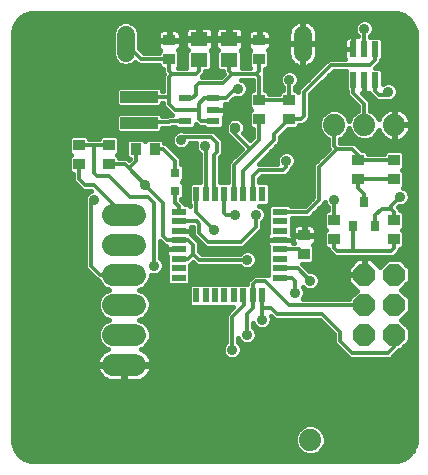
<source format=gtl>
G75*
G70*
%OFA0B0*%
%FSLAX24Y24*%
%IPPOS*%
%LPD*%
%AMOC8*
5,1,8,0,0,1.08239X$1,22.5*
%
%ADD10R,0.0571X0.0453*%
%ADD11R,0.0394X0.0374*%
%ADD12OC8,0.0740*%
%ADD13C,0.0740*%
%ADD14R,0.0315X0.0315*%
%ADD15C,0.0740*%
%ADD16R,0.0374X0.0394*%
%ADD17C,0.0600*%
%ADD18R,0.0433X0.0236*%
%ADD19R,0.0220X0.0520*%
%ADD20R,0.1260X0.0394*%
%ADD21R,0.0500X0.0220*%
%ADD22R,0.0220X0.0500*%
%ADD23R,0.0315X0.0354*%
%ADD24C,0.0120*%
%ADD25C,0.0357*%
%ADD26C,0.0160*%
%ADD27C,0.0360*%
%ADD28OC8,0.0357*%
D10*
X007680Y021986D03*
X007680Y022694D03*
X008680Y022694D03*
X008680Y021986D03*
D11*
X009680Y022025D03*
X009680Y022655D03*
X009680Y020655D03*
X009680Y020025D03*
X010680Y020025D03*
X010680Y020655D03*
X012980Y018655D03*
X012980Y018025D03*
X012180Y016655D03*
X012180Y016025D03*
X011180Y016155D03*
X011180Y015525D03*
X014180Y016025D03*
X014180Y016655D03*
X014180Y018025D03*
X014180Y018655D03*
X006680Y022025D03*
X006680Y022655D03*
X004680Y019155D03*
X004680Y018525D03*
X003680Y018525D03*
X003680Y019155D03*
D12*
X013180Y014840D03*
X013180Y013840D03*
X013180Y012840D03*
X014180Y012840D03*
X014180Y013840D03*
X014180Y014840D03*
D13*
X014180Y019840D03*
X013180Y019840D03*
X012180Y019840D03*
X011380Y009340D03*
D14*
X006880Y017645D03*
X006880Y018235D03*
D15*
X005550Y016840D02*
X004810Y016840D01*
X004810Y015840D02*
X005550Y015840D01*
X005550Y014840D02*
X004810Y014840D01*
X004810Y013840D02*
X005550Y013840D01*
X005550Y012840D02*
X004810Y012840D01*
X004810Y011840D02*
X005550Y011840D01*
D16*
X005565Y019040D03*
X006195Y019040D03*
D17*
X005230Y022240D02*
X005230Y022840D01*
X011130Y022840D02*
X011130Y022240D01*
D18*
X008152Y020714D03*
X008152Y020340D03*
X008152Y019966D03*
X007208Y019966D03*
X007208Y020714D03*
D19*
X012810Y021330D03*
X013180Y021330D03*
X013550Y021330D03*
X013550Y022350D03*
X013180Y022350D03*
X012810Y022350D03*
D20*
X005680Y020773D03*
X005680Y019907D03*
D21*
X006990Y016942D03*
X006990Y016627D03*
X006990Y016312D03*
X006990Y015997D03*
X006990Y015683D03*
X006990Y015368D03*
X006990Y015053D03*
X006990Y014738D03*
X010370Y014738D03*
X010370Y015053D03*
X010370Y015368D03*
X010370Y015683D03*
X010370Y015997D03*
X010370Y016312D03*
X010370Y016627D03*
X010370Y016942D03*
D22*
X009782Y017530D03*
X009467Y017530D03*
X009152Y017530D03*
X008837Y017530D03*
X008523Y017530D03*
X008208Y017530D03*
X007893Y017530D03*
X007578Y017530D03*
X007578Y014150D03*
X007893Y014150D03*
X008208Y014150D03*
X008523Y014150D03*
X008837Y014150D03*
X009152Y014150D03*
X009467Y014150D03*
X009782Y014150D03*
D23*
X012806Y016446D03*
X013180Y017273D03*
X013554Y016446D03*
D24*
X013554Y016814D01*
X013780Y017040D01*
X014080Y017040D01*
X014080Y017140D01*
X014380Y017440D01*
X014080Y017040D02*
X014180Y016940D01*
X014180Y016655D01*
X014180Y016025D02*
X014180Y015740D01*
X014080Y015640D01*
X012780Y015640D01*
X012806Y015666D01*
X012806Y016446D01*
X012180Y016655D02*
X012180Y017340D01*
X011680Y017340D02*
X011680Y018440D01*
X012280Y019040D01*
X012780Y019040D01*
X012980Y018840D01*
X012980Y018655D01*
X014180Y018655D01*
X014180Y018025D02*
X012980Y018025D01*
X012980Y017740D01*
X013180Y017540D01*
X013180Y017273D01*
X012180Y016025D02*
X012180Y015740D01*
X012280Y015640D01*
X012780Y015640D01*
X011282Y016942D02*
X011680Y017340D01*
X011282Y016942D02*
X010370Y016942D01*
X009580Y016840D02*
X009580Y016440D01*
X009080Y015940D01*
X007980Y015940D01*
X007680Y016240D01*
X007680Y016540D01*
X007593Y016627D01*
X006990Y016627D01*
X006990Y016942D02*
X006990Y017130D01*
X006880Y017240D01*
X006880Y017645D01*
X006880Y018235D02*
X006880Y018640D01*
X006480Y019040D01*
X006195Y019040D01*
X005680Y019040D02*
X005565Y019040D01*
X005580Y018940D02*
X005580Y018640D01*
X005330Y018390D01*
X005880Y017840D01*
X006480Y017240D01*
X006480Y016140D01*
X006623Y015997D01*
X006990Y015997D01*
X007323Y015997D01*
X007480Y015840D01*
X007480Y015540D01*
X007680Y015340D01*
X009280Y015340D01*
X009580Y014640D02*
X009480Y014540D01*
X009480Y014163D01*
X009467Y014150D01*
X009467Y013727D01*
X009280Y013540D01*
X009280Y012840D01*
X008780Y012340D02*
X008780Y013440D01*
X009180Y013840D01*
X009180Y014122D01*
X009152Y014150D01*
X009580Y014640D02*
X009880Y014640D01*
X010680Y013840D01*
X013180Y013840D01*
X012380Y012940D02*
X012380Y012640D01*
X012780Y012240D01*
X013980Y012240D01*
X014180Y012440D01*
X014180Y012840D01*
X014180Y011340D02*
X014180Y010840D01*
X012380Y012940D02*
X011780Y013540D01*
X010280Y013540D01*
X010080Y013740D01*
X009782Y013740D01*
X009782Y013342D01*
X009780Y013340D01*
X009782Y013740D02*
X009782Y014150D01*
X010370Y014738D02*
X010372Y014740D01*
X010780Y014740D01*
X010880Y014640D01*
X010880Y014240D01*
X011380Y014640D02*
X010967Y015053D01*
X010370Y015053D01*
X010370Y015683D02*
X011023Y015683D01*
X011180Y015525D01*
X009467Y017530D02*
X009467Y018127D01*
X009680Y018340D01*
X010480Y018340D01*
X010580Y018440D01*
X010580Y018640D01*
X010180Y019340D02*
X010180Y019525D01*
X010680Y020025D01*
X011065Y020025D01*
X011180Y020140D01*
X011180Y020940D01*
X012080Y021840D01*
X013380Y021840D01*
X013550Y022010D01*
X013550Y022350D01*
X013180Y022350D02*
X013180Y023040D01*
X012810Y021330D02*
X012810Y020910D01*
X013180Y020540D01*
X013180Y019840D01*
X013680Y020840D02*
X013880Y020840D01*
X013980Y020940D01*
X013680Y020840D02*
X013550Y020970D01*
X013550Y021330D01*
X012180Y019840D02*
X012180Y019140D01*
X012280Y019040D01*
X010680Y020655D02*
X010680Y021340D01*
X010680Y020655D02*
X009680Y020655D01*
X009680Y021440D01*
X009580Y021540D01*
X009680Y021640D01*
X009680Y022025D01*
X009580Y021540D02*
X008780Y021540D01*
X008480Y021240D01*
X007680Y021240D01*
X007580Y021140D01*
X007580Y020840D01*
X007454Y020714D01*
X007208Y020714D01*
X006880Y020340D02*
X007680Y020340D01*
X007680Y020540D01*
X007854Y020714D01*
X008152Y020714D01*
X008178Y020740D01*
X008580Y020740D01*
X008880Y021040D01*
X008980Y021040D01*
X008780Y021540D02*
X008680Y021640D01*
X008680Y021986D01*
X007680Y021986D02*
X007680Y021640D01*
X007580Y021540D01*
X006780Y021540D01*
X006680Y021440D01*
X006680Y020840D01*
X006680Y020540D01*
X006880Y020340D01*
X006706Y019966D02*
X006680Y019940D01*
X005713Y019940D01*
X005680Y019907D01*
X005680Y020773D02*
X006613Y020773D01*
X006680Y020840D01*
X006780Y021540D02*
X006680Y021640D01*
X006680Y022025D01*
X005745Y022025D01*
X005230Y022540D01*
X006706Y019966D02*
X007208Y019966D01*
X007680Y020040D02*
X007680Y020340D01*
X007680Y020040D02*
X007754Y019966D01*
X008152Y019966D01*
X008080Y019440D02*
X007180Y019440D01*
X007080Y019340D01*
X007880Y019140D02*
X007893Y019127D01*
X007893Y017530D01*
X007578Y017530D02*
X007578Y016942D01*
X008180Y016340D01*
X008580Y016840D02*
X008523Y016897D01*
X008523Y017530D01*
X008837Y017530D02*
X008837Y018497D01*
X009380Y019040D01*
X008780Y019640D01*
X008880Y019740D01*
X008280Y019240D02*
X008280Y018940D01*
X008180Y018840D01*
X008180Y017558D01*
X008208Y017530D01*
X008580Y016840D02*
X008880Y016840D01*
X009152Y017530D02*
X009152Y018312D01*
X010180Y019340D01*
X009680Y019340D02*
X009680Y020025D01*
X009680Y019340D02*
X009380Y019040D01*
X008280Y019240D02*
X008080Y019440D01*
X005980Y017440D02*
X006180Y017240D01*
X006180Y015140D01*
X006990Y015368D02*
X007308Y015368D01*
X007480Y015540D01*
X005980Y017440D02*
X005380Y017440D01*
X004680Y018140D01*
X004280Y018140D01*
X004180Y018240D01*
X004180Y019140D01*
X004195Y019155D01*
X004680Y019155D01*
X003680Y019155D01*
X003680Y018525D02*
X003680Y018040D01*
X003880Y017840D01*
X004180Y017840D01*
X005180Y016840D01*
X004180Y017340D02*
X004080Y017240D01*
X004080Y015140D01*
X004380Y014840D01*
X005180Y014840D01*
X005330Y018390D02*
X005195Y018525D01*
X004680Y018525D01*
X005580Y018940D02*
X005680Y019040D01*
D25*
X005880Y017840D03*
X007080Y019340D03*
X007880Y019140D03*
X008980Y021040D03*
X010680Y021340D03*
X010580Y018640D03*
X009580Y016840D03*
X008880Y016840D03*
X008180Y016340D03*
X009280Y015340D03*
X009780Y013340D03*
X009280Y012840D03*
X008780Y012340D03*
X010880Y014240D03*
X012180Y017340D03*
X014380Y017440D03*
X013180Y023040D03*
X006180Y015140D03*
X004180Y017340D03*
X014180Y010840D03*
D26*
X002067Y008629D02*
X001853Y008698D01*
X001671Y008831D01*
X001538Y009013D01*
X001469Y009227D01*
X001460Y009340D01*
X001460Y009396D01*
X001460Y022840D01*
X001469Y022953D01*
X001538Y023167D01*
X001671Y023349D01*
X001853Y023482D01*
X002067Y023551D01*
X002180Y023560D01*
X014180Y023560D01*
X014293Y023551D01*
X014507Y023482D01*
X014689Y023349D01*
X014822Y023167D01*
X014891Y022953D01*
X014900Y022840D01*
X014900Y009340D01*
X014891Y009227D01*
X014822Y009013D01*
X014689Y008831D01*
X014507Y008698D01*
X014293Y008629D01*
X014180Y008620D01*
X002180Y008620D01*
X002067Y008629D01*
X001981Y008657D02*
X014379Y008657D01*
X014668Y008816D02*
X001692Y008816D01*
X001567Y008974D02*
X011025Y008974D01*
X011091Y008908D02*
X010948Y009051D01*
X010870Y009239D01*
X010870Y009441D01*
X010948Y009629D01*
X011091Y009772D01*
X011279Y009850D01*
X011481Y009850D01*
X011669Y009772D01*
X011812Y009629D01*
X011890Y009441D01*
X011890Y009239D01*
X011812Y009051D01*
X011669Y008908D01*
X011481Y008830D01*
X011279Y008830D01*
X011091Y008908D01*
X010914Y009133D02*
X001500Y009133D01*
X001464Y009291D02*
X010870Y009291D01*
X010873Y009450D02*
X001460Y009450D01*
X001460Y009608D02*
X010939Y009608D01*
X011085Y009767D02*
X001460Y009767D01*
X001460Y009925D02*
X014900Y009925D01*
X014900Y009767D02*
X011675Y009767D01*
X011821Y009608D02*
X014900Y009608D01*
X014900Y009450D02*
X011887Y009450D01*
X011890Y009291D02*
X014896Y009291D01*
X014860Y009133D02*
X011846Y009133D01*
X011735Y008974D02*
X014793Y008974D01*
X014900Y010084D02*
X001460Y010084D01*
X001460Y010242D02*
X014900Y010242D01*
X014900Y010401D02*
X001460Y010401D01*
X001460Y010559D02*
X014900Y010559D01*
X014900Y010718D02*
X001460Y010718D01*
X001460Y010876D02*
X014900Y010876D01*
X014900Y011035D02*
X001460Y011035D01*
X001460Y011193D02*
X014900Y011193D01*
X014900Y011352D02*
X005803Y011352D01*
X005838Y011370D02*
X005908Y011420D01*
X005970Y011482D01*
X006020Y011552D01*
X006060Y011629D01*
X006086Y011711D01*
X006100Y011797D01*
X006100Y011810D01*
X005210Y011810D01*
X005210Y011870D01*
X006100Y011870D01*
X006100Y011883D01*
X006086Y011969D01*
X006060Y012051D01*
X006020Y012128D01*
X005970Y012198D01*
X005908Y012260D01*
X005838Y012310D01*
X005761Y012350D01*
X005726Y012361D01*
X005839Y012408D01*
X005982Y012551D01*
X006060Y012739D01*
X006060Y012941D01*
X005982Y013129D01*
X005839Y013272D01*
X005676Y013340D01*
X005839Y013408D01*
X005982Y013551D01*
X006060Y013739D01*
X006060Y013941D01*
X005982Y014129D01*
X005839Y014272D01*
X005676Y014340D01*
X005839Y014408D01*
X005982Y014551D01*
X006060Y014739D01*
X006060Y014845D01*
X006117Y014822D01*
X006243Y014822D01*
X006360Y014870D01*
X006450Y014960D01*
X006498Y015077D01*
X006498Y015203D01*
X006450Y015320D01*
X006380Y015390D01*
X006380Y015957D01*
X006397Y015940D01*
X006540Y015797D01*
X006560Y015797D01*
X006560Y015683D01*
X006990Y015683D01*
X006990Y015683D01*
X006560Y015683D01*
X006560Y015549D01*
X006572Y015503D01*
X006596Y015462D01*
X006600Y015458D01*
X006600Y014570D01*
X006682Y014488D01*
X007298Y014488D01*
X007380Y014570D01*
X007380Y015168D01*
X007390Y015168D01*
X007480Y015257D01*
X007597Y015140D01*
X009030Y015140D01*
X009100Y015070D01*
X009217Y015022D01*
X009343Y015022D01*
X009460Y015070D01*
X009550Y015160D01*
X009598Y015277D01*
X009598Y015403D01*
X009550Y015520D01*
X009460Y015610D01*
X009343Y015658D01*
X009217Y015658D01*
X009100Y015610D01*
X009030Y015540D01*
X007763Y015540D01*
X007680Y015623D01*
X007680Y015923D01*
X007563Y016040D01*
X007563Y016040D01*
X007523Y016080D01*
X007420Y016183D01*
X007420Y016312D01*
X006990Y016312D01*
X006990Y016312D01*
X007420Y016312D01*
X007420Y016427D01*
X007480Y016427D01*
X007480Y016157D01*
X007597Y016040D01*
X007897Y015740D01*
X009163Y015740D01*
X009280Y015857D01*
X009780Y016357D01*
X009780Y016590D01*
X009850Y016660D01*
X009898Y016777D01*
X009898Y016903D01*
X009850Y017020D01*
X009760Y017110D01*
X009688Y017140D01*
X009950Y017140D01*
X010032Y017222D01*
X010032Y017838D01*
X009950Y017920D01*
X009667Y017920D01*
X009667Y018045D01*
X009763Y018140D01*
X010563Y018140D01*
X010663Y018240D01*
X010780Y018357D01*
X010780Y018390D01*
X010850Y018460D01*
X010898Y018577D01*
X010898Y018703D01*
X010850Y018820D01*
X010760Y018910D01*
X010643Y018958D01*
X010517Y018958D01*
X010400Y018910D01*
X010310Y018820D01*
X010262Y018703D01*
X010262Y018577D01*
X010277Y018540D01*
X009663Y018540D01*
X010263Y019140D01*
X010380Y019257D01*
X010380Y019442D01*
X010636Y019698D01*
X010935Y019698D01*
X011017Y019780D01*
X011017Y019825D01*
X011148Y019825D01*
X011263Y019940D01*
X011380Y020057D01*
X011380Y020857D01*
X012163Y021640D01*
X012560Y021640D01*
X012560Y021012D01*
X012610Y020962D01*
X012610Y020827D01*
X012980Y020457D01*
X012980Y020309D01*
X012891Y020272D01*
X012748Y020129D01*
X012680Y019966D01*
X012612Y020129D01*
X012469Y020272D01*
X012281Y020350D01*
X012079Y020350D01*
X011891Y020272D01*
X011748Y020129D01*
X011670Y019941D01*
X011670Y019739D01*
X011748Y019551D01*
X011891Y019408D01*
X011980Y019371D01*
X011980Y019057D01*
X011997Y019040D01*
X011480Y018523D01*
X011480Y017423D01*
X011200Y017142D01*
X010728Y017142D01*
X010678Y017192D01*
X010062Y017192D01*
X009980Y017110D01*
X009980Y016222D01*
X009976Y016218D01*
X009952Y016177D01*
X009940Y016131D01*
X009940Y015997D01*
X009940Y015864D01*
X009952Y015818D01*
X009976Y015777D01*
X009980Y015773D01*
X009980Y014823D01*
X009963Y014840D01*
X009497Y014840D01*
X009397Y014740D01*
X009280Y014623D01*
X009280Y014540D01*
X007410Y014540D01*
X007328Y014458D01*
X007328Y013842D01*
X007410Y013760D01*
X008817Y013760D01*
X008580Y013523D01*
X008580Y012590D01*
X008510Y012520D01*
X008462Y012403D01*
X008462Y012277D01*
X008510Y012160D01*
X008600Y012070D01*
X008717Y012022D01*
X008843Y012022D01*
X008960Y012070D01*
X009050Y012160D01*
X009098Y012277D01*
X009098Y012403D01*
X009050Y012520D01*
X008980Y012590D01*
X008980Y012732D01*
X009010Y012660D01*
X009100Y012570D01*
X009217Y012522D01*
X009343Y012522D01*
X009460Y012570D01*
X009550Y012660D01*
X009598Y012777D01*
X009598Y012903D01*
X009550Y013020D01*
X009480Y013090D01*
X009480Y013232D01*
X009510Y013160D01*
X009600Y013070D01*
X009717Y013022D01*
X009843Y013022D01*
X009960Y013070D01*
X010050Y013160D01*
X010098Y013277D01*
X010098Y013403D01*
X010073Y013464D01*
X010197Y013340D01*
X011697Y013340D01*
X012180Y012857D01*
X012180Y012557D01*
X012297Y012440D01*
X012697Y012040D01*
X014063Y012040D01*
X014180Y012157D01*
X014353Y012330D01*
X014391Y012330D01*
X014690Y012629D01*
X014690Y013051D01*
X014401Y013340D01*
X014690Y013629D01*
X014690Y014051D01*
X014401Y014340D01*
X014690Y014629D01*
X014690Y015051D01*
X014391Y015350D01*
X013969Y015350D01*
X013708Y015090D01*
X013408Y015390D01*
X013200Y015390D01*
X013200Y014860D01*
X013160Y014860D01*
X013160Y015390D01*
X012952Y015390D01*
X012630Y015068D01*
X012630Y014860D01*
X013160Y014860D01*
X013160Y014820D01*
X012630Y014820D01*
X012630Y014612D01*
X012930Y014312D01*
X012670Y014051D01*
X012670Y014040D01*
X011130Y014040D01*
X011150Y014060D01*
X011198Y014177D01*
X011198Y014303D01*
X011152Y014415D01*
X011199Y014369D01*
X011316Y014320D01*
X011444Y014320D01*
X011561Y014369D01*
X011651Y014459D01*
X011700Y014576D01*
X011700Y014704D01*
X011651Y014821D01*
X011561Y014911D01*
X011444Y014960D01*
X011343Y014960D01*
X011105Y015198D01*
X011435Y015198D01*
X011517Y015280D01*
X011517Y015770D01*
X011472Y015815D01*
X011487Y015824D01*
X011521Y015857D01*
X011545Y015898D01*
X011557Y015944D01*
X011557Y016141D01*
X011194Y016141D01*
X011194Y016168D01*
X011557Y016168D01*
X011557Y016366D01*
X011545Y016411D01*
X011521Y016452D01*
X011487Y016486D01*
X011446Y016510D01*
X011401Y016522D01*
X011194Y016522D01*
X011194Y016168D01*
X011166Y016168D01*
X011166Y016141D01*
X010803Y016141D01*
X010803Y015944D01*
X010815Y015898D01*
X010825Y015883D01*
X010800Y015883D01*
X010800Y015997D01*
X010370Y015997D01*
X010370Y015997D01*
X009940Y015997D01*
X010370Y015997D01*
X010370Y015997D01*
X010800Y015997D01*
X010800Y016131D01*
X010788Y016177D01*
X010764Y016218D01*
X010760Y016222D01*
X010760Y016742D01*
X011365Y016742D01*
X011763Y017140D01*
X011873Y017250D01*
X011910Y017160D01*
X011980Y017090D01*
X011980Y016982D01*
X011925Y016982D01*
X011843Y016900D01*
X011843Y016410D01*
X011913Y016340D01*
X011843Y016270D01*
X011843Y015780D01*
X011925Y015698D01*
X011980Y015698D01*
X011980Y015657D01*
X012080Y015557D01*
X012197Y015440D01*
X014163Y015440D01*
X014263Y015540D01*
X014380Y015657D01*
X014380Y015698D01*
X014435Y015698D01*
X014517Y015780D01*
X014517Y016270D01*
X014447Y016340D01*
X014517Y016410D01*
X014517Y016900D01*
X014435Y016982D01*
X014380Y016982D01*
X014380Y017023D01*
X014313Y017090D01*
X014344Y017122D01*
X014443Y017122D01*
X014560Y017170D01*
X014650Y017260D01*
X014698Y017377D01*
X014698Y017503D01*
X014650Y017620D01*
X014560Y017710D01*
X014480Y017743D01*
X014517Y017780D01*
X014517Y018270D01*
X014447Y018340D01*
X014517Y018410D01*
X014517Y018900D01*
X014435Y018982D01*
X013925Y018982D01*
X013843Y018900D01*
X013843Y018855D01*
X013317Y018855D01*
X013317Y018900D01*
X013235Y018982D01*
X013121Y018982D01*
X012980Y019123D01*
X012863Y019240D01*
X012380Y019240D01*
X012380Y019371D01*
X012469Y019408D01*
X012612Y019551D01*
X012680Y019714D01*
X012748Y019551D01*
X012891Y019408D01*
X013079Y019330D01*
X013281Y019330D01*
X013469Y019408D01*
X013612Y019551D01*
X013659Y019664D01*
X013670Y019629D01*
X013710Y019552D01*
X013760Y019482D01*
X013822Y019420D01*
X013892Y019370D01*
X013969Y019330D01*
X014051Y019304D01*
X014137Y019290D01*
X014160Y019290D01*
X014160Y019820D01*
X014200Y019820D01*
X014200Y019860D01*
X014160Y019860D01*
X014160Y020390D01*
X014137Y020390D01*
X014051Y020376D01*
X013969Y020350D01*
X013892Y020310D01*
X013822Y020260D01*
X013760Y020198D01*
X013710Y020128D01*
X013670Y020051D01*
X013659Y020016D01*
X013612Y020129D01*
X013469Y020272D01*
X013380Y020309D01*
X013380Y020623D01*
X013113Y020890D01*
X013180Y020890D01*
X013314Y020890D01*
X013350Y020900D01*
X013350Y020887D01*
X013480Y020757D01*
X013597Y020640D01*
X013868Y020640D01*
X013916Y020620D01*
X014044Y020620D01*
X014161Y020669D01*
X014251Y020759D01*
X014300Y020876D01*
X014300Y021004D01*
X014251Y021121D01*
X014161Y021211D01*
X014044Y021260D01*
X013916Y021260D01*
X013800Y021212D01*
X013800Y021648D01*
X013718Y021730D01*
X013553Y021730D01*
X013750Y021927D01*
X013750Y021982D01*
X013800Y022032D01*
X013800Y022668D01*
X013718Y022750D01*
X013382Y022750D01*
X013380Y022748D01*
X013380Y022790D01*
X013450Y022860D01*
X013498Y022977D01*
X013498Y023103D01*
X013450Y023220D01*
X013360Y023310D01*
X013243Y023358D01*
X013117Y023358D01*
X013000Y023310D01*
X012910Y023220D01*
X012862Y023103D01*
X012862Y022977D01*
X012910Y022860D01*
X012980Y022790D01*
X012980Y022780D01*
X012944Y022790D01*
X012810Y022790D01*
X012810Y022350D01*
X012810Y022350D01*
X012810Y022350D01*
X012520Y022350D01*
X012520Y022634D01*
X012532Y022679D01*
X012556Y022721D01*
X012589Y022754D01*
X012631Y022778D01*
X012676Y022790D01*
X012810Y022790D01*
X012810Y022350D01*
X012520Y022350D01*
X012520Y022066D01*
X012527Y022040D01*
X011997Y022040D01*
X011880Y021923D01*
X010980Y021023D01*
X010980Y020937D01*
X010935Y020982D01*
X010880Y020982D01*
X010880Y021090D01*
X010950Y021160D01*
X010998Y021277D01*
X010998Y021403D01*
X010950Y021520D01*
X010860Y021610D01*
X010743Y021658D01*
X010617Y021658D01*
X010500Y021610D01*
X010410Y021520D01*
X010362Y021403D01*
X010362Y021277D01*
X010410Y021160D01*
X010480Y021090D01*
X010480Y020982D01*
X010425Y020982D01*
X010343Y020900D01*
X010343Y020855D01*
X010017Y020855D01*
X010017Y020900D01*
X009935Y020982D01*
X009880Y020982D01*
X009880Y021523D01*
X009863Y021540D01*
X009880Y021557D01*
X009880Y021698D01*
X009935Y021698D01*
X010017Y021780D01*
X010017Y022270D01*
X009972Y022315D01*
X009987Y022324D01*
X010021Y022357D01*
X010045Y022398D01*
X010057Y022444D01*
X010057Y022641D01*
X009694Y022641D01*
X009694Y022668D01*
X010057Y022668D01*
X010057Y022866D01*
X010045Y022911D01*
X010021Y022952D01*
X009987Y022986D01*
X009946Y023010D01*
X009901Y023022D01*
X009694Y023022D01*
X009694Y022668D01*
X009666Y022668D01*
X009666Y022641D01*
X009303Y022641D01*
X009303Y022444D01*
X009315Y022398D01*
X009339Y022357D01*
X009373Y022324D01*
X009388Y022315D01*
X009343Y022270D01*
X009343Y021780D01*
X009383Y021740D01*
X009105Y021740D01*
X009105Y022270D01*
X009060Y022315D01*
X009076Y022324D01*
X009109Y022357D01*
X009133Y022398D01*
X009145Y022444D01*
X009145Y022661D01*
X008713Y022661D01*
X008713Y022728D01*
X008647Y022728D01*
X008647Y023101D01*
X008371Y023101D01*
X008325Y023088D01*
X008284Y023065D01*
X008251Y023031D01*
X008227Y022990D01*
X008215Y022944D01*
X008215Y022728D01*
X008647Y022728D01*
X008647Y022661D01*
X008215Y022661D01*
X008215Y022444D01*
X008227Y022398D01*
X008251Y022357D01*
X008284Y022324D01*
X008300Y022315D01*
X008255Y022270D01*
X008255Y021701D01*
X008337Y021619D01*
X008480Y021619D01*
X008480Y021557D01*
X008497Y021540D01*
X008397Y021440D01*
X007763Y021440D01*
X007780Y021457D01*
X007780Y021457D01*
X007880Y021557D01*
X007880Y021619D01*
X008023Y021619D01*
X008105Y021701D01*
X008105Y022270D01*
X008060Y022315D01*
X008076Y022324D01*
X008109Y022357D01*
X008133Y022398D01*
X008145Y022444D01*
X008145Y022661D01*
X007713Y022661D01*
X007713Y022728D01*
X007647Y022728D01*
X007647Y023101D01*
X007371Y023101D01*
X007325Y023088D01*
X007284Y023065D01*
X007251Y023031D01*
X007227Y022990D01*
X007215Y022944D01*
X007215Y022728D01*
X007647Y022728D01*
X007647Y022661D01*
X007215Y022661D01*
X007215Y022444D01*
X007227Y022398D01*
X007251Y022357D01*
X007284Y022324D01*
X007300Y022315D01*
X007255Y022270D01*
X007255Y021740D01*
X006977Y021740D01*
X007017Y021780D01*
X007017Y022270D01*
X006972Y022315D01*
X006987Y022324D01*
X007021Y022357D01*
X007045Y022398D01*
X007057Y022444D01*
X007057Y022641D01*
X006694Y022641D01*
X006694Y022668D01*
X007057Y022668D01*
X007057Y022866D01*
X007045Y022911D01*
X007021Y022952D01*
X006987Y022986D01*
X006946Y023010D01*
X006901Y023022D01*
X006694Y023022D01*
X006694Y022668D01*
X006666Y022668D01*
X006666Y022641D01*
X006303Y022641D01*
X006303Y022444D01*
X006315Y022398D01*
X006339Y022357D01*
X006373Y022324D01*
X006388Y022315D01*
X006343Y022270D01*
X006343Y022225D01*
X005828Y022225D01*
X005670Y022383D01*
X005670Y022928D01*
X005603Y023089D01*
X005479Y023213D01*
X005318Y023280D01*
X005142Y023280D01*
X004981Y023213D01*
X004857Y023089D01*
X004790Y022928D01*
X004790Y022152D01*
X004857Y021991D01*
X004981Y021867D01*
X005142Y021800D01*
X005318Y021800D01*
X005479Y021867D01*
X005550Y021937D01*
X005662Y021825D01*
X006343Y021825D01*
X006343Y021780D01*
X006425Y021698D01*
X006480Y021698D01*
X006480Y021557D01*
X006497Y021540D01*
X006480Y021523D01*
X006480Y020973D01*
X006450Y020973D01*
X006450Y021028D01*
X006368Y021110D01*
X004992Y021110D01*
X004910Y021028D01*
X004910Y020518D01*
X004992Y020436D01*
X006368Y020436D01*
X006450Y020518D01*
X006450Y020573D01*
X006480Y020573D01*
X006480Y020457D01*
X006680Y020257D01*
X006771Y020166D01*
X006623Y020166D01*
X006597Y020140D01*
X006450Y020140D01*
X006450Y020162D01*
X006368Y020244D01*
X004992Y020244D01*
X004910Y020162D01*
X004910Y019652D01*
X004992Y019570D01*
X006368Y019570D01*
X006450Y019652D01*
X006450Y019740D01*
X006763Y019740D01*
X006789Y019766D01*
X006875Y019766D01*
X006933Y019708D01*
X007482Y019708D01*
X007564Y019790D01*
X007564Y019873D01*
X007597Y019840D01*
X007671Y019766D01*
X007820Y019766D01*
X007878Y019708D01*
X008427Y019708D01*
X008509Y019790D01*
X008509Y020107D01*
X008513Y020111D01*
X008537Y020152D01*
X008549Y020198D01*
X008549Y020340D01*
X008549Y020482D01*
X008537Y020528D01*
X008530Y020540D01*
X008663Y020540D01*
X008780Y020657D01*
X008866Y020743D01*
X008917Y020722D01*
X009043Y020722D01*
X009160Y020770D01*
X009250Y020860D01*
X009298Y020977D01*
X009298Y021103D01*
X009250Y021220D01*
X009160Y021310D01*
X009088Y021340D01*
X009480Y021340D01*
X009480Y020982D01*
X009425Y020982D01*
X009343Y020900D01*
X009343Y020410D01*
X009413Y020340D01*
X009343Y020270D01*
X009343Y019780D01*
X009425Y019698D01*
X009480Y019698D01*
X009480Y019423D01*
X009380Y019323D01*
X009147Y019556D01*
X009198Y019608D01*
X009198Y019872D01*
X009012Y020058D01*
X008748Y020058D01*
X008562Y019872D01*
X008562Y019608D01*
X008580Y019590D01*
X008580Y019557D01*
X009097Y019040D01*
X008637Y018580D01*
X008637Y017920D01*
X008380Y017920D01*
X008380Y018757D01*
X008480Y018857D01*
X008480Y019323D01*
X008280Y019523D01*
X008163Y019640D01*
X007188Y019640D01*
X007143Y019658D01*
X007017Y019658D01*
X006900Y019610D01*
X006810Y019520D01*
X006762Y019403D01*
X006762Y019277D01*
X006810Y019160D01*
X006900Y019070D01*
X007017Y019022D01*
X007143Y019022D01*
X007260Y019070D01*
X007350Y019160D01*
X007383Y019240D01*
X007577Y019240D01*
X007562Y019203D01*
X007562Y019077D01*
X007610Y018960D01*
X007693Y018877D01*
X007693Y017920D01*
X007410Y017920D01*
X007328Y017838D01*
X007328Y017222D01*
X007378Y017172D01*
X007378Y017113D01*
X007298Y017192D01*
X007190Y017192D01*
X007190Y017213D01*
X007080Y017323D01*
X007080Y017347D01*
X007095Y017347D01*
X007177Y017429D01*
X007177Y017860D01*
X007098Y017940D01*
X007177Y018020D01*
X007177Y018451D01*
X007095Y018533D01*
X007080Y018533D01*
X007080Y018723D01*
X006963Y018840D01*
X006563Y019240D01*
X006522Y019240D01*
X006522Y019295D01*
X006440Y019377D01*
X005950Y019377D01*
X005880Y019307D01*
X005810Y019377D01*
X005320Y019377D01*
X005238Y019295D01*
X005238Y018785D01*
X005320Y018703D01*
X005360Y018703D01*
X005330Y018673D01*
X005278Y018725D01*
X005017Y018725D01*
X005017Y018770D01*
X004947Y018840D01*
X005017Y018910D01*
X005017Y019400D01*
X004935Y019482D01*
X004425Y019482D01*
X004343Y019400D01*
X004343Y019355D01*
X004017Y019355D01*
X004017Y019400D01*
X003935Y019482D01*
X003425Y019482D01*
X003343Y019400D01*
X003343Y018910D01*
X003413Y018840D01*
X003343Y018770D01*
X003343Y018280D01*
X003425Y018198D01*
X003480Y018198D01*
X003480Y017957D01*
X003680Y017757D01*
X003797Y017640D01*
X004072Y017640D01*
X004000Y017610D01*
X003910Y017520D01*
X003862Y017403D01*
X003862Y017277D01*
X003880Y017232D01*
X003880Y015057D01*
X003997Y014940D01*
X004297Y014640D01*
X004341Y014640D01*
X004378Y014551D01*
X004521Y014408D01*
X004684Y014340D01*
X004521Y014272D01*
X004378Y014129D01*
X004300Y013941D01*
X004300Y013739D01*
X004378Y013551D01*
X004521Y013408D01*
X004684Y013340D01*
X004521Y013272D01*
X004378Y013129D01*
X004300Y012941D01*
X004300Y012739D01*
X004378Y012551D01*
X004521Y012408D01*
X004634Y012361D01*
X004599Y012350D01*
X004522Y012310D01*
X004452Y012260D01*
X004390Y012198D01*
X004340Y012128D01*
X004300Y012051D01*
X004274Y011969D01*
X004260Y011883D01*
X004260Y011870D01*
X005150Y011870D01*
X005150Y011810D01*
X005210Y011810D01*
X005210Y011290D01*
X005593Y011290D01*
X005679Y011304D01*
X005761Y011330D01*
X005838Y011370D01*
X005990Y011510D02*
X014900Y011510D01*
X014900Y011669D02*
X006073Y011669D01*
X006081Y011986D02*
X014900Y011986D01*
X014900Y012144D02*
X014167Y012144D01*
X014325Y012303D02*
X014900Y012303D01*
X014900Y012461D02*
X014522Y012461D01*
X014681Y012620D02*
X014900Y012620D01*
X014900Y012778D02*
X014690Y012778D01*
X014690Y012937D02*
X014900Y012937D01*
X014900Y013095D02*
X014646Y013095D01*
X014488Y013254D02*
X014900Y013254D01*
X014900Y013412D02*
X014473Y013412D01*
X014632Y013571D02*
X014900Y013571D01*
X014900Y013729D02*
X014690Y013729D01*
X014690Y013888D02*
X014900Y013888D01*
X014900Y014046D02*
X014690Y014046D01*
X014537Y014205D02*
X014900Y014205D01*
X014900Y014363D02*
X014424Y014363D01*
X014583Y014522D02*
X014900Y014522D01*
X014900Y014680D02*
X014690Y014680D01*
X014690Y014839D02*
X014900Y014839D01*
X014900Y014997D02*
X014690Y014997D01*
X014586Y015156D02*
X014900Y015156D01*
X014900Y015314D02*
X014427Y015314D01*
X014354Y015631D02*
X014900Y015631D01*
X014900Y015473D02*
X014195Y015473D01*
X013933Y015314D02*
X013484Y015314D01*
X013642Y015156D02*
X013774Y015156D01*
X013200Y015156D02*
X013160Y015156D01*
X013160Y015314D02*
X013200Y015314D01*
X013200Y014997D02*
X013160Y014997D01*
X013160Y014839D02*
X011634Y014839D01*
X011700Y014680D02*
X012630Y014680D01*
X012721Y014522D02*
X011677Y014522D01*
X011547Y014363D02*
X012879Y014363D01*
X012823Y014205D02*
X011198Y014205D01*
X011213Y014363D02*
X011174Y014363D01*
X011136Y014046D02*
X012670Y014046D01*
X012630Y014997D02*
X011306Y014997D01*
X011147Y015156D02*
X012718Y015156D01*
X012876Y015314D02*
X011517Y015314D01*
X011517Y015473D02*
X012165Y015473D01*
X012006Y015631D02*
X011517Y015631D01*
X011497Y015790D02*
X011843Y015790D01*
X011843Y015948D02*
X011557Y015948D01*
X011557Y016107D02*
X011843Y016107D01*
X011843Y016265D02*
X011557Y016265D01*
X011538Y016424D02*
X011843Y016424D01*
X011843Y016582D02*
X010760Y016582D01*
X010873Y016486D02*
X010839Y016452D01*
X010815Y016411D01*
X010803Y016366D01*
X010803Y016168D01*
X011166Y016168D01*
X011166Y016522D01*
X010959Y016522D01*
X010914Y016510D01*
X010873Y016486D01*
X010822Y016424D02*
X010760Y016424D01*
X010760Y016265D02*
X010803Y016265D01*
X010800Y016107D02*
X010803Y016107D01*
X010800Y015948D02*
X010803Y015948D01*
X011166Y016265D02*
X011194Y016265D01*
X011194Y016424D02*
X011166Y016424D01*
X010760Y016741D02*
X011843Y016741D01*
X011843Y016899D02*
X011522Y016899D01*
X011680Y017058D02*
X011980Y017058D01*
X011887Y017216D02*
X011839Y017216D01*
X011432Y017375D02*
X010032Y017375D01*
X010032Y017533D02*
X011480Y017533D01*
X011480Y017692D02*
X010032Y017692D01*
X010020Y017850D02*
X011480Y017850D01*
X011480Y018009D02*
X009667Y018009D01*
X009765Y018643D02*
X010262Y018643D01*
X010302Y018801D02*
X009924Y018801D01*
X010082Y018960D02*
X011917Y018960D01*
X011980Y019118D02*
X010241Y019118D01*
X010263Y019140D02*
X010263Y019140D01*
X010380Y019277D02*
X011980Y019277D01*
X011864Y019435D02*
X010380Y019435D01*
X010531Y019594D02*
X011730Y019594D01*
X011670Y019752D02*
X010989Y019752D01*
X011233Y019911D02*
X011670Y019911D01*
X011723Y020069D02*
X011380Y020069D01*
X011380Y020228D02*
X011846Y020228D01*
X011380Y020386D02*
X012980Y020386D01*
X012893Y020545D02*
X011380Y020545D01*
X011380Y020703D02*
X012734Y020703D01*
X012610Y020862D02*
X011384Y020862D01*
X011543Y021020D02*
X012560Y021020D01*
X012560Y021179D02*
X011701Y021179D01*
X011860Y021337D02*
X012560Y021337D01*
X012560Y021496D02*
X012018Y021496D01*
X011770Y021813D02*
X011348Y021813D01*
X011382Y021829D02*
X011443Y021874D01*
X011496Y021927D01*
X011541Y021988D01*
X011575Y022056D01*
X011598Y022128D01*
X011610Y022202D01*
X011610Y022520D01*
X011150Y022520D01*
X011150Y022560D01*
X011610Y022560D01*
X011610Y022878D01*
X011598Y022952D01*
X011575Y023024D01*
X011541Y023092D01*
X011496Y023153D01*
X011443Y023206D01*
X011382Y023251D01*
X011314Y023285D01*
X011242Y023308D01*
X011168Y023320D01*
X011150Y023320D01*
X011150Y022560D01*
X011110Y022560D01*
X011110Y023320D01*
X011092Y023320D01*
X011018Y023308D01*
X010946Y023285D01*
X010878Y023251D01*
X010817Y023206D01*
X010764Y023153D01*
X010719Y023092D01*
X010685Y023024D01*
X010662Y022952D01*
X010650Y022878D01*
X010650Y022560D01*
X011110Y022560D01*
X011110Y022520D01*
X011150Y022520D01*
X011150Y021760D01*
X011168Y021760D01*
X011242Y021772D01*
X011314Y021795D01*
X011382Y021829D01*
X011528Y021971D02*
X011928Y021971D01*
X011598Y022130D02*
X012520Y022130D01*
X012520Y022288D02*
X011610Y022288D01*
X011610Y022447D02*
X012520Y022447D01*
X012520Y022605D02*
X011610Y022605D01*
X011610Y022764D02*
X012606Y022764D01*
X012810Y022764D02*
X012810Y022764D01*
X012810Y022605D02*
X012810Y022605D01*
X012810Y022447D02*
X012810Y022447D01*
X012884Y022922D02*
X011603Y022922D01*
X011546Y023081D02*
X012862Y023081D01*
X012929Y023239D02*
X011397Y023239D01*
X011150Y023239D02*
X011110Y023239D01*
X011110Y023081D02*
X011150Y023081D01*
X011150Y022922D02*
X011110Y022922D01*
X011110Y022764D02*
X011150Y022764D01*
X011150Y022605D02*
X011110Y022605D01*
X011110Y022520D02*
X010650Y022520D01*
X010650Y022202D01*
X010662Y022128D01*
X010685Y022056D01*
X010719Y021988D01*
X010764Y021927D01*
X010817Y021874D01*
X010878Y021829D01*
X010946Y021795D01*
X011018Y021772D01*
X011092Y021760D01*
X011110Y021760D01*
X011110Y022520D01*
X011110Y022447D02*
X011150Y022447D01*
X011150Y022288D02*
X011110Y022288D01*
X011110Y022130D02*
X011150Y022130D01*
X011150Y021971D02*
X011110Y021971D01*
X011110Y021813D02*
X011150Y021813D01*
X010912Y021813D02*
X010017Y021813D01*
X010017Y021971D02*
X010732Y021971D01*
X010662Y022130D02*
X010017Y022130D01*
X009999Y022288D02*
X010650Y022288D01*
X010650Y022447D02*
X010057Y022447D01*
X010057Y022605D02*
X010650Y022605D01*
X010650Y022764D02*
X010057Y022764D01*
X010038Y022922D02*
X010657Y022922D01*
X010714Y023081D02*
X009049Y023081D01*
X009035Y023088D02*
X008989Y023101D01*
X008713Y023101D01*
X008713Y022728D01*
X009145Y022728D01*
X009145Y022944D01*
X009133Y022990D01*
X009109Y023031D01*
X009076Y023065D01*
X009035Y023088D01*
X009145Y022922D02*
X009322Y022922D01*
X009315Y022911D02*
X009303Y022866D01*
X009303Y022668D01*
X009666Y022668D01*
X009666Y023022D01*
X009459Y023022D01*
X009414Y023010D01*
X009373Y022986D01*
X009339Y022952D01*
X009315Y022911D01*
X009303Y022764D02*
X009145Y022764D01*
X009145Y022605D02*
X009303Y022605D01*
X009303Y022447D02*
X009145Y022447D01*
X009087Y022288D02*
X009361Y022288D01*
X009343Y022130D02*
X009105Y022130D01*
X009105Y021971D02*
X009343Y021971D01*
X009343Y021813D02*
X009105Y021813D01*
X009095Y021337D02*
X009480Y021337D01*
X009480Y021179D02*
X009267Y021179D01*
X009298Y021020D02*
X009480Y021020D01*
X009343Y020862D02*
X009251Y020862D01*
X009343Y020703D02*
X008826Y020703D01*
X008667Y020545D02*
X009343Y020545D01*
X009367Y020386D02*
X008549Y020386D01*
X008549Y020340D02*
X008152Y020340D01*
X008152Y020340D01*
X008549Y020340D01*
X008549Y020228D02*
X009343Y020228D01*
X009343Y020069D02*
X008509Y020069D01*
X008509Y019911D02*
X008600Y019911D01*
X008562Y019752D02*
X008471Y019752D01*
X008576Y019594D02*
X008209Y019594D01*
X008368Y019435D02*
X008702Y019435D01*
X008861Y019277D02*
X008480Y019277D01*
X008480Y019118D02*
X009019Y019118D01*
X009017Y018960D02*
X008480Y018960D01*
X008424Y018801D02*
X008858Y018801D01*
X008700Y018643D02*
X008380Y018643D01*
X008380Y018484D02*
X008637Y018484D01*
X008637Y018326D02*
X008380Y018326D01*
X008380Y018167D02*
X008637Y018167D01*
X008637Y018009D02*
X008380Y018009D01*
X007693Y018009D02*
X007166Y018009D01*
X007177Y018167D02*
X007693Y018167D01*
X007693Y018326D02*
X007177Y018326D01*
X007144Y018484D02*
X007693Y018484D01*
X007693Y018643D02*
X007080Y018643D01*
X007002Y018801D02*
X007693Y018801D01*
X007610Y018960D02*
X006843Y018960D01*
X006852Y019118D02*
X006685Y019118D01*
X006762Y019277D02*
X006522Y019277D01*
X006775Y019435D02*
X004982Y019435D01*
X004969Y019594D02*
X001460Y019594D01*
X001460Y019752D02*
X004910Y019752D01*
X004910Y019911D02*
X001460Y019911D01*
X001460Y020069D02*
X004910Y020069D01*
X004976Y020228D02*
X001460Y020228D01*
X001460Y020386D02*
X006551Y020386D01*
X006480Y020545D02*
X006450Y020545D01*
X006384Y020228D02*
X006710Y020228D01*
X006775Y019752D02*
X006889Y019752D01*
X006883Y019594D02*
X006391Y019594D01*
X007308Y019118D02*
X007562Y019118D01*
X007526Y019752D02*
X007834Y019752D01*
X007818Y021496D02*
X008453Y021496D01*
X008302Y021654D02*
X008058Y021654D01*
X008105Y021813D02*
X008255Y021813D01*
X008255Y021971D02*
X008105Y021971D01*
X008105Y022130D02*
X008255Y022130D01*
X008273Y022288D02*
X008087Y022288D01*
X008145Y022447D02*
X008215Y022447D01*
X008215Y022605D02*
X008145Y022605D01*
X008145Y022728D02*
X008145Y022944D01*
X008133Y022990D01*
X008109Y023031D01*
X008076Y023065D01*
X008035Y023088D01*
X007989Y023101D01*
X007713Y023101D01*
X007713Y022728D01*
X008145Y022728D01*
X008145Y022764D02*
X008215Y022764D01*
X008215Y022922D02*
X008145Y022922D01*
X008049Y023081D02*
X008311Y023081D01*
X008647Y023081D02*
X008713Y023081D01*
X008713Y022922D02*
X008647Y022922D01*
X008647Y022764D02*
X008713Y022764D01*
X009666Y022764D02*
X009694Y022764D01*
X009694Y022922D02*
X009666Y022922D01*
X009880Y021654D02*
X010606Y021654D01*
X010754Y021654D02*
X011611Y021654D01*
X011453Y021496D02*
X010960Y021496D01*
X010998Y021337D02*
X011294Y021337D01*
X011136Y021179D02*
X010958Y021179D01*
X010980Y021020D02*
X010880Y021020D01*
X010480Y021020D02*
X009880Y021020D01*
X009880Y021179D02*
X010402Y021179D01*
X010362Y021337D02*
X009880Y021337D01*
X009880Y021496D02*
X010400Y021496D01*
X010343Y020862D02*
X010017Y020862D01*
X009343Y019911D02*
X009160Y019911D01*
X009198Y019752D02*
X009371Y019752D01*
X009480Y019594D02*
X009184Y019594D01*
X009268Y019435D02*
X009480Y019435D01*
X010590Y018167D02*
X011480Y018167D01*
X011480Y018326D02*
X010748Y018326D01*
X010860Y018484D02*
X011480Y018484D01*
X011600Y018643D02*
X010898Y018643D01*
X010858Y018801D02*
X011758Y018801D01*
X012380Y019277D02*
X014900Y019277D01*
X014900Y019435D02*
X014553Y019435D01*
X014538Y019420D02*
X014600Y019482D01*
X014650Y019552D01*
X014690Y019629D01*
X014716Y019711D01*
X014730Y019797D01*
X014730Y019820D01*
X014200Y019820D01*
X014200Y019290D01*
X014223Y019290D01*
X014309Y019304D01*
X014391Y019330D01*
X014468Y019370D01*
X014538Y019420D01*
X014672Y019594D02*
X014900Y019594D01*
X014900Y019752D02*
X014723Y019752D01*
X014730Y019860D02*
X014730Y019883D01*
X014716Y019969D01*
X014690Y020051D01*
X014650Y020128D01*
X014600Y020198D01*
X014538Y020260D01*
X014468Y020310D01*
X014391Y020350D01*
X014309Y020376D01*
X014223Y020390D01*
X014200Y020390D01*
X014200Y019860D01*
X014730Y019860D01*
X014726Y019911D02*
X014900Y019911D01*
X014900Y020069D02*
X014681Y020069D01*
X014570Y020228D02*
X014900Y020228D01*
X014900Y020386D02*
X014248Y020386D01*
X014200Y020386D02*
X014160Y020386D01*
X014112Y020386D02*
X013380Y020386D01*
X013380Y020545D02*
X014900Y020545D01*
X014900Y020703D02*
X014196Y020703D01*
X014294Y020862D02*
X014900Y020862D01*
X014900Y021020D02*
X014293Y021020D01*
X014194Y021179D02*
X014900Y021179D01*
X014900Y021337D02*
X013800Y021337D01*
X013800Y021496D02*
X014900Y021496D01*
X014900Y021654D02*
X013794Y021654D01*
X013635Y021813D02*
X014900Y021813D01*
X014900Y021971D02*
X013750Y021971D01*
X013800Y022130D02*
X014900Y022130D01*
X014900Y022288D02*
X013800Y022288D01*
X013800Y022447D02*
X014900Y022447D01*
X014900Y022605D02*
X013800Y022605D01*
X013380Y022764D02*
X014900Y022764D01*
X014894Y022922D02*
X013476Y022922D01*
X013498Y023081D02*
X014850Y023081D01*
X014769Y023239D02*
X013431Y023239D01*
X014231Y023556D02*
X002129Y023556D01*
X001738Y023398D02*
X014622Y023398D01*
X013180Y021330D02*
X013180Y020890D01*
X013180Y021330D01*
X013180Y021330D01*
X013180Y021179D02*
X013180Y021179D01*
X013180Y021020D02*
X013180Y021020D01*
X013141Y020862D02*
X013376Y020862D01*
X013300Y020703D02*
X013534Y020703D01*
X013514Y020228D02*
X013790Y020228D01*
X013679Y020069D02*
X013637Y020069D01*
X013630Y019594D02*
X013688Y019594D01*
X013807Y019435D02*
X013496Y019435D01*
X013257Y018960D02*
X013903Y018960D01*
X014160Y019435D02*
X014200Y019435D01*
X014200Y019594D02*
X014160Y019594D01*
X014160Y019752D02*
X014200Y019752D01*
X014200Y019911D02*
X014160Y019911D01*
X014160Y020069D02*
X014200Y020069D01*
X014200Y020228D02*
X014160Y020228D01*
X014457Y018960D02*
X014900Y018960D01*
X014900Y019118D02*
X012985Y019118D01*
X012864Y019435D02*
X012496Y019435D01*
X012630Y019594D02*
X012730Y019594D01*
X012723Y020069D02*
X012637Y020069D01*
X012514Y020228D02*
X012846Y020228D01*
X014517Y018801D02*
X014900Y018801D01*
X014900Y018643D02*
X014517Y018643D01*
X014517Y018484D02*
X014900Y018484D01*
X014900Y018326D02*
X014461Y018326D01*
X014517Y018167D02*
X014900Y018167D01*
X014900Y018009D02*
X014517Y018009D01*
X014517Y017850D02*
X014900Y017850D01*
X014900Y017692D02*
X014579Y017692D01*
X014686Y017533D02*
X014900Y017533D01*
X014900Y017375D02*
X014698Y017375D01*
X014606Y017216D02*
X014900Y017216D01*
X014900Y017058D02*
X014345Y017058D01*
X014517Y016899D02*
X014900Y016899D01*
X014900Y016741D02*
X014517Y016741D01*
X014517Y016582D02*
X014900Y016582D01*
X014900Y016424D02*
X014517Y016424D01*
X014517Y016265D02*
X014900Y016265D01*
X014900Y016107D02*
X014517Y016107D01*
X014517Y015948D02*
X014900Y015948D01*
X014900Y015790D02*
X014517Y015790D01*
X012180Y012778D02*
X009598Y012778D01*
X009585Y012937D02*
X012101Y012937D01*
X011942Y013095D02*
X009985Y013095D01*
X010089Y013254D02*
X011784Y013254D01*
X012180Y012620D02*
X009510Y012620D01*
X009480Y013095D02*
X009575Y013095D01*
X010095Y013412D02*
X010125Y013412D01*
X009337Y014680D02*
X007380Y014680D01*
X007380Y014839D02*
X009496Y014839D01*
X009397Y014740D02*
X009397Y014740D01*
X009546Y015156D02*
X009980Y015156D01*
X009980Y015314D02*
X009598Y015314D01*
X009570Y015473D02*
X009980Y015473D01*
X009980Y015631D02*
X009410Y015631D01*
X009212Y015790D02*
X009969Y015790D01*
X009940Y015948D02*
X009371Y015948D01*
X009529Y016107D02*
X009940Y016107D01*
X009980Y016265D02*
X009688Y016265D01*
X009780Y016424D02*
X009980Y016424D01*
X009980Y016582D02*
X009780Y016582D01*
X009883Y016741D02*
X009980Y016741D01*
X009980Y016899D02*
X009898Y016899D01*
X009980Y017058D02*
X009813Y017058D01*
X010026Y017216D02*
X011273Y017216D01*
X009980Y014997D02*
X007380Y014997D01*
X007380Y015156D02*
X007582Y015156D01*
X007680Y015631D02*
X009150Y015631D01*
X009964Y014839D02*
X009980Y014839D01*
X008786Y013729D02*
X006056Y013729D01*
X006060Y013888D02*
X007328Y013888D01*
X007328Y014046D02*
X006017Y014046D01*
X005907Y014205D02*
X007328Y014205D01*
X007328Y014363D02*
X005731Y014363D01*
X005953Y014522D02*
X006648Y014522D01*
X006600Y014680D02*
X006036Y014680D01*
X006060Y014839D02*
X006076Y014839D01*
X006284Y014839D02*
X006600Y014839D01*
X006600Y014997D02*
X006465Y014997D01*
X006498Y015156D02*
X006600Y015156D01*
X006600Y015314D02*
X006453Y015314D01*
X006380Y015473D02*
X006590Y015473D01*
X006560Y015631D02*
X006380Y015631D01*
X006380Y015790D02*
X006560Y015790D01*
X006389Y015948D02*
X006380Y015948D01*
X007187Y017216D02*
X007334Y017216D01*
X007328Y017375D02*
X007123Y017375D01*
X007177Y017533D02*
X007328Y017533D01*
X007328Y017692D02*
X007177Y017692D01*
X007177Y017850D02*
X007340Y017850D01*
X007420Y016424D02*
X007480Y016424D01*
X007480Y016265D02*
X007420Y016265D01*
X007496Y016107D02*
X007531Y016107D01*
X007523Y016080D02*
X007523Y016080D01*
X007655Y015948D02*
X007689Y015948D01*
X007680Y015790D02*
X007848Y015790D01*
X007391Y014522D02*
X007332Y014522D01*
X008628Y013571D02*
X005990Y013571D01*
X005843Y013412D02*
X008580Y013412D01*
X008580Y013254D02*
X005858Y013254D01*
X005996Y013095D02*
X008580Y013095D01*
X008580Y012937D02*
X006060Y012937D01*
X006060Y012778D02*
X008580Y012778D01*
X008580Y012620D02*
X006011Y012620D01*
X005892Y012461D02*
X008485Y012461D01*
X008462Y012303D02*
X005849Y012303D01*
X006009Y012144D02*
X008526Y012144D01*
X009034Y012144D02*
X012593Y012144D01*
X012435Y012303D02*
X009098Y012303D01*
X009075Y012461D02*
X012276Y012461D01*
X014900Y011827D02*
X005210Y011827D01*
X005150Y011827D02*
X001460Y011827D01*
X001460Y011669D02*
X004287Y011669D01*
X004300Y011629D02*
X004340Y011552D01*
X004390Y011482D01*
X004452Y011420D01*
X004522Y011370D01*
X004599Y011330D01*
X004681Y011304D01*
X004767Y011290D01*
X005150Y011290D01*
X005150Y011810D01*
X004260Y011810D01*
X004260Y011797D01*
X004274Y011711D01*
X004300Y011629D01*
X004370Y011510D02*
X001460Y011510D01*
X001460Y011352D02*
X004557Y011352D01*
X004279Y011986D02*
X001460Y011986D01*
X001460Y012144D02*
X004351Y012144D01*
X004511Y012303D02*
X001460Y012303D01*
X001460Y012461D02*
X004468Y012461D01*
X004349Y012620D02*
X001460Y012620D01*
X001460Y012778D02*
X004300Y012778D01*
X004300Y012937D02*
X001460Y012937D01*
X001460Y013095D02*
X004364Y013095D01*
X004502Y013254D02*
X001460Y013254D01*
X001460Y013412D02*
X004517Y013412D01*
X004370Y013571D02*
X001460Y013571D01*
X001460Y013729D02*
X004304Y013729D01*
X004300Y013888D02*
X001460Y013888D01*
X001460Y014046D02*
X004343Y014046D01*
X004453Y014205D02*
X001460Y014205D01*
X001460Y014363D02*
X004629Y014363D01*
X004407Y014522D02*
X001460Y014522D01*
X001460Y014680D02*
X004257Y014680D01*
X004099Y014839D02*
X001460Y014839D01*
X001460Y014997D02*
X003940Y014997D01*
X003880Y015156D02*
X001460Y015156D01*
X001460Y015314D02*
X003880Y015314D01*
X003880Y015473D02*
X001460Y015473D01*
X001460Y015631D02*
X003880Y015631D01*
X003880Y015790D02*
X001460Y015790D01*
X001460Y015948D02*
X003880Y015948D01*
X003880Y016107D02*
X001460Y016107D01*
X001460Y016265D02*
X003880Y016265D01*
X003880Y016424D02*
X001460Y016424D01*
X001460Y016582D02*
X003880Y016582D01*
X003880Y016741D02*
X001460Y016741D01*
X001460Y016899D02*
X003880Y016899D01*
X003880Y017058D02*
X001460Y017058D01*
X001460Y017216D02*
X003880Y017216D01*
X003862Y017375D02*
X001460Y017375D01*
X001460Y017533D02*
X003923Y017533D01*
X003746Y017692D02*
X001460Y017692D01*
X001460Y017850D02*
X003587Y017850D01*
X003480Y018009D02*
X001460Y018009D01*
X001460Y018167D02*
X003480Y018167D01*
X003343Y018326D02*
X001460Y018326D01*
X001460Y018484D02*
X003343Y018484D01*
X003343Y018643D02*
X001460Y018643D01*
X001460Y018801D02*
X003374Y018801D01*
X003343Y018960D02*
X001460Y018960D01*
X001460Y019118D02*
X003343Y019118D01*
X003343Y019277D02*
X001460Y019277D01*
X001460Y019435D02*
X003378Y019435D01*
X003982Y019435D02*
X004378Y019435D01*
X005017Y019277D02*
X005238Y019277D01*
X005238Y019118D02*
X005017Y019118D01*
X005017Y018960D02*
X005238Y018960D01*
X005238Y018801D02*
X004986Y018801D01*
X004910Y020545D02*
X001460Y020545D01*
X001460Y020703D02*
X004910Y020703D01*
X004910Y020862D02*
X001460Y020862D01*
X001460Y021020D02*
X004910Y021020D01*
X005112Y021813D02*
X001460Y021813D01*
X001460Y021971D02*
X004877Y021971D01*
X004800Y022130D02*
X001460Y022130D01*
X001460Y022288D02*
X004790Y022288D01*
X004790Y022447D02*
X001460Y022447D01*
X001460Y022605D02*
X004790Y022605D01*
X004790Y022764D02*
X001460Y022764D01*
X001466Y022922D02*
X004790Y022922D01*
X004853Y023081D02*
X001510Y023081D01*
X001591Y023239D02*
X005044Y023239D01*
X005416Y023239D02*
X010863Y023239D01*
X007713Y023081D02*
X007647Y023081D01*
X007647Y022922D02*
X007713Y022922D01*
X007713Y022764D02*
X007647Y022764D01*
X007215Y022764D02*
X007057Y022764D01*
X007057Y022605D02*
X007215Y022605D01*
X007215Y022447D02*
X007057Y022447D01*
X006999Y022288D02*
X007273Y022288D01*
X007255Y022130D02*
X007017Y022130D01*
X007017Y021971D02*
X007255Y021971D01*
X007255Y021813D02*
X007017Y021813D01*
X006480Y021654D02*
X001460Y021654D01*
X001460Y021496D02*
X006480Y021496D01*
X006480Y021337D02*
X001460Y021337D01*
X001460Y021179D02*
X006480Y021179D01*
X006480Y021020D02*
X006450Y021020D01*
X006343Y021813D02*
X005348Y021813D01*
X005765Y022288D02*
X006361Y022288D01*
X006303Y022447D02*
X005670Y022447D01*
X005670Y022605D02*
X006303Y022605D01*
X006303Y022668D02*
X006666Y022668D01*
X006666Y023022D01*
X006459Y023022D01*
X006414Y023010D01*
X006373Y022986D01*
X006339Y022952D01*
X006315Y022911D01*
X006303Y022866D01*
X006303Y022668D01*
X006303Y022764D02*
X005670Y022764D01*
X005670Y022922D02*
X006322Y022922D01*
X006666Y022922D02*
X006694Y022922D01*
X006694Y022764D02*
X006666Y022764D01*
X007038Y022922D02*
X007215Y022922D01*
X007311Y023081D02*
X005607Y023081D01*
X008980Y012620D02*
X009050Y012620D01*
X005210Y011669D02*
X005150Y011669D01*
X005150Y011510D02*
X005210Y011510D01*
X005210Y011352D02*
X005150Y011352D01*
D27*
X011380Y014640D03*
X013980Y020940D03*
D28*
X008880Y019740D03*
M02*

</source>
